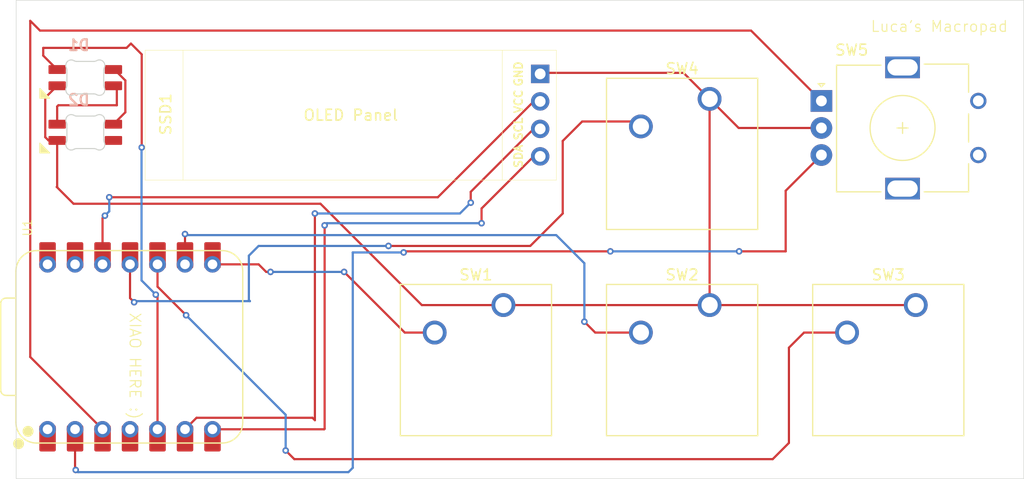
<source format=kicad_pcb>
(kicad_pcb (version 20241229) (generator "pcbnew") (generator_version "9.0")
  (layers (0 "F.Cu" signal) (2 "B.Cu" signal) (13 "F.Paste" user) (15 "B.Paste" user) (5 "F.SilkS" user "F.Silkscreen") (7 "B.SilkS" user "B.Silkscreen") (1 "F.Mask" user) (3 "B.Mask" user) (25 "Edge.Cuts" user))
  (net 0 "")
  (net 1 "+5V")
  (net 2 "Net-(D1-DOUT)")
  (net 3 "Net-(D1-DIN)")
  (net 4 "GND")
  (net 6 "Net-(U1-GPIO1{slash}RX)")
  (net 7 "Net-(U1-GPIO2{slash}SCK)")
  (net 8 "Net-(U1-GPIO4{slash}MISO)")
  (net 9 "Net-(U1-GPIO3{slash}MOSI)")
  (net 12 "Net-(U1-GPIO28{slash}ADC2{slash}A2)")
  (net 13 "Net-(U1-GPIO27{slash}ADC1{slash}A1)")
  (net 15 "Net-(U1-GPIO26{slash}ADC0{slash}A0)")
  (net 16 "Net-(SSD1-SDA)")
  (net 17 "Net-(SSD1-SCL)")
  (net 18 "Net-(SSD1-VCC)")
  (footprint "Button_Switch_Keyboard:SW_Cherry_MX_1.00u_PCB" (layer "F.Cu") (at 195.42125 116.36375)
    (property "Reference" "SW3" (at -2.54 -2.794 0) (layer "F.SilkS"))
    (property "Value" "SW_Push")
    (fp_line (start -9.525 -1.905) (end 4.445 -1.905) (stroke (width 0.12)) (layer "F.SilkS"))
    (fp_line (start -9.525 12.065) (end -9.525 -1.905) (stroke (width 0.12)) (layer "F.SilkS"))
    (fp_line (start 4.445 -1.905) (end 4.445 12.065) (stroke (width 0.12)) (layer "F.SilkS"))
    (fp_line (start 4.445 12.065) (end -9.525 12.065) (stroke (width 0.12)) (layer "F.SilkS"))
    (pad "" np_thru_hole circle (at -7.62 5.08) (size 1.7 1.7) (drill 1.7) (layers "*.Cu" "*.Mask"))
    (pad "" np_thru_hole circle (at -2.54 5.08) (size 4 4) (drill 4) (layers "*.Cu" "*.Mask"))
    (pad "" np_thru_hole circle (at 2.54 5.08) (size 1.7 1.7) (drill 1.7) (layers "*.Cu" "*.Mask"))
    (pad "1" thru_hole circle (at 0 0) (size 2.2 2.2) (drill 1.5) (layers "*.Cu" "*.Mask") (net 4 "GND"))
    (pad "2" thru_hole circle (at -6.35 2.54) (size 2.2 2.2) (drill 1.5) (layers "*.Cu" "*.Mask") (net 8 "Net-(U1-GPIO4{slash}MISO)"))
  )
  (footprint "Button_Switch_Keyboard:SW_Cherry_MX_1.00u_PCB" (layer "F.Cu") (at 176.37125 97.31375)
    (property "Reference" "SW4" (at -2.54 -2.794 0) (layer "F.SilkS"))
    (property "Value" "SW_Push")
    (fp_line (start -9.525 -1.905) (end 4.445 -1.905) (stroke (width 0.12)) (layer "F.SilkS"))
    (fp_line (start -9.525 12.065) (end -9.525 -1.905) (stroke (width 0.12)) (layer "F.SilkS"))
    (fp_line (start 4.445 -1.905) (end 4.445 12.065) (stroke (width 0.12)) (layer "F.SilkS"))
    (fp_line (start 4.445 12.065) (end -9.525 12.065) (stroke (width 0.12)) (layer "F.SilkS"))
    (pad "" np_thru_hole circle (at -7.62 5.08) (size 1.7 1.7) (drill 1.7) (layers "*.Cu" "*.Mask"))
    (pad "" np_thru_hole circle (at -2.54 5.08) (size 4 4) (drill 4) (layers "*.Cu" "*.Mask"))
    (pad "" np_thru_hole circle (at 2.54 5.08) (size 1.7 1.7) (drill 1.7) (layers "*.Cu" "*.Mask"))
    (pad "1" thru_hole circle (at 0 0) (size 2.2 2.2) (drill 1.5) (layers "*.Cu" "*.Mask") (net 4 "GND"))
    (pad "2" thru_hole circle (at -6.35 2.54) (size 2.2 2.2) (drill 1.5) (layers "*.Cu" "*.Mask") (net 9 "Net-(U1-GPIO3{slash}MOSI)"))
  )
  (footprint "Button_Switch_Keyboard:SW_Cherry_MX_1.00u_PCB" (layer "F.Cu") (at 157.32125 116.36375)
    (property "Reference" "SW1" (at -2.54 -2.794 0) (layer "F.SilkS"))
    (property "Value" "SW_Push")
    (fp_line (start -9.525 -1.905) (end 4.445 -1.905) (stroke (width 0.12)) (layer "F.SilkS"))
    (fp_line (start -9.525 12.065) (end -9.525 -1.905) (stroke (width 0.12)) (layer "F.SilkS"))
    (fp_line (start 4.445 -1.905) (end 4.445 12.065) (stroke (width 0.12)) (layer "F.SilkS"))
    (fp_line (start 4.445 12.065) (end -9.525 12.065) (stroke (width 0.12)) (layer "F.SilkS"))
    (pad "" np_thru_hole circle (at -7.62 5.08) (size 1.7 1.7) (drill 1.7) (layers "*.Cu" "*.Mask"))
    (pad "" np_thru_hole circle (at -2.54 5.08) (size 4 4) (drill 4) (layers "*.Cu" "*.Mask"))
    (pad "" np_thru_hole circle (at 2.54 5.08) (size 1.7 1.7) (drill 1.7) (layers "*.Cu" "*.Mask"))
    (pad "1" thru_hole circle (at 0 0) (size 2.2 2.2) (drill 1.5) (layers "*.Cu" "*.Mask") (net 4 "GND"))
    (pad "2" thru_hole circle (at -6.35 2.54) (size 2.2 2.2) (drill 1.5) (layers "*.Cu" "*.Mask") (net 6 "Net-(U1-GPIO1{slash}RX)"))
  )
  (footprint "Button_Switch_Keyboard:SW_Cherry_MX_1.00u_PCB" (layer "F.Cu") (at 176.37125 116.36375)
    (property "Reference" "SW2" (at -2.54 -2.794 0) (layer "F.SilkS"))
    (property "Value" "SW_Push")
    (fp_line (start -9.525 -1.905) (end 4.445 -1.905) (stroke (width 0.12)) (layer "F.SilkS"))
    (fp_line (start -9.525 12.065) (end -9.525 -1.905) (stroke (width 0.12)) (layer "F.SilkS"))
    (fp_line (start 4.445 -1.905) (end 4.445 12.065) (stroke (width 0.12)) (layer "F.SilkS"))
    (fp_line (start 4.445 12.065) (end -9.525 12.065) (stroke (width 0.12)) (layer "F.SilkS"))
    (pad "" np_thru_hole circle (at -7.62 5.08) (size 1.7 1.7) (drill 1.7) (layers "*.Cu" "*.Mask"))
    (pad "" np_thru_hole circle (at -2.54 5.08) (size 4 4) (drill 4) (layers "*.Cu" "*.Mask"))
    (pad "" np_thru_hole circle (at 2.54 5.08) (size 1.7 1.7) (drill 1.7) (layers "*.Cu" "*.Mask"))
    (pad "1" thru_hole circle (at 0 0) (size 2.2 2.2) (drill 1.5) (layers "*.Cu" "*.Mask") (net 4 "GND"))
    (pad "2" thru_hole circle (at -6.35 2.54) (size 2.2 2.2) (drill 1.5) (layers "*.Cu" "*.Mask") (net 7 "Net-(U1-GPIO2{slash}SCK)"))
  )
  (footprint "OLEDs:SSD1306-0.91-OLED-4pin-128x32" (layer "F.Cu") (at 124.215 92.815)
    (property "Reference" "SSD1" (at 1.9 5.91 90) (layer "F.SilkS"))
    (property "Value" "~")
    (fp_line (start 0 0) (end 0 12) (stroke (width 0.04)) (layer "F.SilkS"))
    (fp_line (start 0 12) (end 38 12) (stroke (width 0.04)) (layer "F.SilkS"))
    (fp_line (start 3.5 0) (end 3.5 12) (stroke (width 0.04)) (layer "F.SilkS"))
    (fp_line (start 33 0) (end 33 12) (stroke (width 0.04)) (layer "F.SilkS"))
    (fp_line (start 38 0) (end 0 0) (stroke (width 0.04)) (layer "F.SilkS"))
    (fp_line (start 38 12) (end 38 0) (stroke (width 0.04)) (layer "F.SilkS"))
    (fp_text user "SDA" (at 34.5 9.81 270) (layer "F.SilkS") (effects (font (size 0.75 0.75))))
    (fp_text user "GND" (at 34.5 2.19 270) (layer "F.SilkS") (effects (font (size 0.75 0.75))))
    (fp_text user "SCL" (at 34.5 7.27 270) (layer "F.SilkS") (effects (font (size 0.75 0.75))))
    (fp_text user "OLED Panel" (at 19 6 0) (layer "F.SilkS"))
    (fp_text user "VCC" (at 34.5 4.73 270) (layer "F.SilkS") (effects (font (size 0.75 0.75))))
    (pad "1" thru_hole rect (at 36.5 2.19) (size 1.7 1.7) (drill 1) (layers "*.Cu" "*.Mask") (net 4 "GND"))
    (pad "2" thru_hole oval (at 36.5 4.73) (size 1.7 1.7) (drill 1) (layers "*.Cu" "*.Mask") (net 18 "Net-(SSD1-VCC)"))
    (pad "3" thru_hole oval (at 36.5 7.27) (size 1.7 1.7) (drill 1) (layers "*.Cu" "*.Mask") (net 17 "Net-(SSD1-SCL)"))
    (pad "4" thru_hole oval (at 36.5 9.81) (size 1.7 1.7) (drill 1) (layers "*.Cu" "*.Mask") (net 16 "Net-(SSD1-SDA)"))
  )
  (footprint "OPL:XIAO-RP2040-DIP" (layer "F.Cu") (at 122.82 120.22 90)
    (property "Reference" "U1" (at 11 -9.4685 90) (layer "F.SilkS") (effects (font (size 0.8 0.8) (thickness 0.1016))))
    (property "Value" "XIAO-RP2040-DIP")
    (fp_line (start -3.991272 -11.951) (end 4.004 -11.951) (stroke (width 0.127)) (layer "F.SilkS"))
    (fp_line (start 4.504 -11.451) (end 4.504 -10.541) (stroke (width 0.127)) (layer "F.SilkS"))
    (fp_line (start 6.985 -10.541) (end -6.985 -10.541) (stroke (width 0.1)) (layer "F.SilkS"))
    (fp_line (start 6.985 -10.541) (end -6.985 -10.541) (stroke (width 0.127)) (layer "F.SilkS"))
    (fp_line (start -4.495 -10.541) (end -4.491272 -11.451272) (stroke (width 0.127)) (layer "F.SilkS"))
    (fp_line (start 8.89 8.509) (end 8.89 -8.636) (stroke (width 0.127)) (layer "F.SilkS"))
    (fp_line (start -8.89 8.509) (end -8.89 -8.636) (stroke (width 0.127)) (layer "F.SilkS"))
    (fp_line (start -6.985 10.414) (end 6.985 10.414) (stroke (width 0.127)) (layer "F.SilkS"))
    (fp_arc (start 4.004 -11.951) (mid 4.357553 -11.804553) (end 4.504 -11.451) (stroke (width 0.127)) (layer "F.SilkS"))
    (fp_arc (start -4.491272 -11.451272) (mid -4.344728 -11.80464) (end -3.991272 -11.951) (stroke (width 0.127)) (layer "F.SilkS"))
    (fp_arc (start 6.985 -10.541) (mid 8.332038 -9.983038) (end 8.89 -8.636) (stroke (width 0.127)) (layer "F.SilkS"))
    (fp_arc (start -8.89 -8.636) (mid -8.332038 -9.983038) (end -6.985 -10.541) (stroke (width 0.127)) (layer "F.SilkS"))
    (fp_arc (start 8.89 8.509) (mid 8.332038 9.856038) (end 6.985 10.414) (stroke (width 0.127)) (layer "F.SilkS"))
    (fp_arc (start -6.985 10.414) (mid -8.332038 9.856038) (end -8.89 8.509) (stroke (width 0.127)) (layer "F.SilkS"))
    (fp_circle (center -8.95 -10.3) (end -8.95 -10.554) (stroke (width 0.5)) (fill yes) (layer "F.SilkS"))
    (fp_circle (center -7.807 -9.42) (end -7.807 -9.674) (stroke (width 0.5)) (fill yes) (layer "F.SilkS"))
    (pad "1" smd roundrect (at -8.455 -7.62 270) (size 2.432 1.524) (layers "F.Cu" "F.Mask") (roundrect_rratio 0.1) (net 15 "Net-(U1-GPIO26{slash}ADC0{slash}A0)"))
    (pad "1" thru_hole circle (at -7.62 -7.62 270) (size 1.524 1.524) (drill 0.889) (layers "*.Cu" "*.Mask") (net 15 "Net-(U1-GPIO26{slash}ADC0{slash}A0)"))
    (pad "2" smd roundrect (at -8.455 -5.08 270) (size 2.432 1.524) (layers "F.Cu" "F.Mask") (roundrect_rratio 0.1) (net 13 "Net-(U1-GPIO27{slash}ADC1{slash}A1)"))
    (pad "2" thru_hole circle (at -7.62 -5.08 270) (size 1.524 1.524) (drill 0.889) (layers "*.Cu" "*.Mask") (net 13 "Net-(U1-GPIO27{slash}ADC1{slash}A1)"))
    (pad "3" smd roundrect (at -8.455 -2.54 270) (size 2.432 1.524) (layers "F.Cu" "F.Mask") (roundrect_rratio 0.1) (net 12 "Net-(U1-GPIO28{slash}ADC2{slash}A2)"))
    (pad "3" thru_hole circle (at -7.62 -2.54 270) (size 1.524 1.524) (drill 0.889) (layers "*.Cu" "*.Mask") (net 12 "Net-(U1-GPIO28{slash}ADC2{slash}A2)"))
    (pad "4" smd roundrect (at -8.455 0 270) (size 2.432 1.524) (layers "F.Cu" "F.Mask") (roundrect_rratio 0.1))
    (pad "4" thru_hole circle (at -7.62 0 270) (size 1.524 1.524) (drill 0.889) (layers "*.Cu" "*.Mask"))
    (pad "5" smd roundrect (at -8.455 2.54 270) (size 2.432 1.524) (layers "F.Cu" "F.Mask") (roundrect_rratio 0.1) (net 3 "Net-(D1-DIN)"))
    (pad "5" thru_hole circle (at -7.62 2.54 270) (size 1.524 1.524) (drill 0.889) (layers "*.Cu" "*.Mask") (net 3 "Net-(D1-DIN)"))
    (pad "6" smd roundrect (at -8.455 5.08 270) (size 2.432 1.524) (layers "F.Cu" "F.Mask") (roundrect_rratio 0.1) (net 17 "Net-(SSD1-SCL)"))
    (pad "6" thru_hole circle (at -7.62 5.08 270) (size 1.524 1.524) (drill 0.889) (layers "*.Cu" "*.Mask") (net 17 "Net-(SSD1-SCL)"))
    (pad "7" smd roundrect (at -8.455 7.62 270) (size 2.432 1.524) (layers "F.Cu" "F.Mask") (roundrect_rratio 0.1) (net 16 "Net-(SSD1-SDA)"))
    (pad "7" thru_hole circle (at -7.62 7.62 270) (size 1.524 1.524) (drill 0.889) (layers "*.Cu" "*.Mask") (net 16 "Net-(SSD1-SDA)"))
    (pad "8" thru_hole circle (at 7.62 7.62 90) (size 1.524 1.524) (drill 0.889) (layers "*.Cu" "*.Mask") (net 6 "Net-(U1-GPIO1{slash}RX)"))
    (pad "8" smd roundrect (at 8.455 7.62 90) (size 2.432 1.524) (layers "F.Cu" "F.Mask") (roundrect_rratio 0.1) (net 6 "Net-(U1-GPIO1{slash}RX)"))
    (pad "9" thru_hole circle (at 7.62 5.08 90) (size 1.524 1.524) (drill 0.889) (layers "*.Cu" "*.Mask") (net 7 "Net-(U1-GPIO2{slash}SCK)"))
    (pad "9" smd roundrect (at 8.455 5.08 90) (size 2.432 1.524) (layers "F.Cu" "F.Mask") (roundrect_rratio 0.1) (net 7 "Net-(U1-GPIO2{slash}SCK)"))
    (pad "10" thru_hole circle (at 7.62 2.54 90) (size 1.524 1.524) (drill 0.889) (layers "*.Cu" "*.Mask") (net 8 "Net-(U1-GPIO4{slash}MISO)"))
    (pad "10" smd roundrect (at 8.455 2.54 90) (size 2.432 1.524) (layers "F.Cu" "F.Mask") (roundrect_rratio 0.1) (net 8 "Net-(U1-GPIO4{slash}MISO)"))
    (pad "11" thru_hole circle (at 7.62 0 90) (size 1.524 1.524) (drill 0.889) (layers "*.Cu" "*.Mask") (net 9 "Net-(U1-GPIO3{slash}MOSI)"))
    (pad "11" smd roundrect (at 8.455 0 90) (size 2.432 1.524) (layers "F.Cu" "F.Mask") (roundrect_rratio 0.1) (net 9 "Net-(U1-GPIO3{slash}MOSI)"))
    (pad "12" thru_hole circle (at 7.62 -2.54 90) (size 1.524 1.524) (drill 0.889) (layers "*.Cu" "*.Mask") (net 18 "Net-(SSD1-VCC)"))
    (pad "12" smd roundrect (at 8.455 -2.54 90) (size 2.432 1.524) (layers "F.Cu" "F.Mask") (roundrect_rratio 0.1) (net 18 "Net-(SSD1-VCC)"))
    (pad "13" thru_hole circle (at 7.62 -5.08 90) (size 1.524 1.524) (drill 0.889) (layers "*.Cu" "*.Mask"))
    (pad "13" smd roundrect (at 8.455 -5.08 90) (size 2.432 1.524) (layers "F.Cu" "F.Mask") (roundrect_rratio 0.1))
    (pad "14" thru_hole circle (at 7.62 -7.62 90) (size 1.524 1.524) (drill 0.889) (layers "*.Cu" "*.Mask"))
    (pad "14" smd roundrect (at 8.455 -7.62 90) (size 2.432 1.524) (layers "F.Cu" "F.Mask") (roundrect_rratio 0.1))
  )
  (footprint "RotaryEncoders:RotaryEncoder_Alps_EC11E_Vertical_H20mm" (layer "F.Cu") (at 186.7 97.5)
    (property "Reference" "SW5" (at 2.8 -4.7 0) (layer "F.SilkS"))
    (property "Value" "RotaryEncoder_Switch")
    (fp_line (start -0.3 -1.6) (end 0.3 -1.6) (stroke (width 0.12)) (layer "F.SilkS"))
    (fp_line (start 0 -1.3) (end -0.3 -1.6) (stroke (width 0.12)) (layer "F.SilkS"))
    (fp_line (start 0.3 -1.6) (end 0 -1.3) (stroke (width 0.12)) (layer "F.SilkS"))
    (fp_line (start 1.4 -3.3) (end 1.4 8.4) (stroke (width 0.12)) (layer "F.SilkS"))
    (fp_line (start 5.5 -3.3) (end 1.4 -3.3) (stroke (width 0.12)) (layer "F.SilkS"))
    (fp_line (start 5.5 8.4) (end 1.4 8.4) (stroke (width 0.12)) (layer "F.SilkS"))
    (fp_line (start 7 2.5) (end 8 2.5) (stroke (width 0.12)) (layer "F.SilkS"))
    (fp_line (start 7.5 2) (end 7.5 3) (stroke (width 0.12)) (layer "F.SilkS"))
    (fp_line (start 9.5 -3.4) (end 13.6 -3.4) (stroke (width 0.12)) (layer "F.SilkS"))
    (fp_line (start 13.6 -3.4) (end 13.6 -0.8) (stroke (width 0.12)) (layer "F.SilkS"))
    (fp_line (start 13.6 1.2) (end 13.6 3.8) (stroke (width 0.12)) (layer "F.SilkS"))
    (fp_line (start 13.6 5.8) (end 13.6 8.4) (stroke (width 0.12)) (layer "F.SilkS"))
    (fp_line (start 13.6 8.4) (end 9.5 8.4) (stroke (width 0.12)) (layer "F.SilkS"))
    (fp_circle (center 7.5 2.5) (end 10.5 2.5) (stroke (width 0.12)) (fill no) (layer "F.SilkS"))
    (pad "" thru_hole circle (at 14.5 0) (size 1.5 1.5) (drill 1) (layers "*.Cu" "*.Mask"))
    (pad "" thru_hole circle (at 14.5 5) (size 1.5 1.5) (drill 1) (layers "*.Cu" "*.Mask"))
    (pad "A" thru_hole rect (at 0 0) (size 2 2) (drill 1) (layers "*.Cu" "*.Mask") (net 12 "Net-(U1-GPIO28{slash}ADC2{slash}A2)"))
    (pad "B" thru_hole circle (at 0 5) (size 2 2) (drill 1) (layers "*.Cu" "*.Mask") (net 13 "Net-(U1-GPIO27{slash}ADC1{slash}A1)"))
    (pad "C" thru_hole circle (at 0 2.5) (size 2 2) (drill 1) (layers "*.Cu" "*.Mask") (net 4 "GND"))
    (pad "MP" thru_hole rect (at 7.5 -3.1) (size 3.2 2) (drill oval 2.8 1.5) (layers "*.Cu" "*.Mask"))
    (pad "MP" thru_hole rect (at 7.5 8.1) (size 3.2 2) (drill oval 2.8 1.5) (layers "*.Cu" "*.Mask"))
  )
  (footprint "LEDSfixed:SK6812MINI-E_fixed" (layer "B.Cu") (at 118.687499 95.452842 180)
    (property "Reference" "D1" (at 0.6 3.1 0) (layer "B.SilkS") (effects (font (thickness 0.2) (bold yes)) (justify mirror)))
    (property "Value" "SK6812MINI-E")
    (fp_poly (pts (xy 4.200001 -0.897158) (xy 3.300001 -1.797158) (xy 4.200001 -1.797158)) (stroke (width 0.1)) (fill yes) (layer "F.SilkS"))
    (fp_line (start 1.7 0.805684) (end 1.7 -0.6) (stroke (width 0.1)) (layer "Edge.Cuts"))
    (fp_line (start 0.794453 -1.397158) (end -0.794451 -1.397158) (stroke (width 0.1)) (layer "Edge.Cuts"))
    (fp_line (start -0.794451 1.602841) (end 0.794454 1.602841) (stroke (width 0.1)) (layer "Edge.Cuts"))
    (fp_line (start -1.699998 -0.6) (end -1.699998 0.805684) (stroke (width 0.1)) (layer "Edge.Cuts"))
    (fp_arc (start 1.749485 1.022562) (mid 1.712532 0.91691) (end 1.7 0.805685) (stroke (width 0.1)) (layer "Edge.Cuts"))
    (fp_arc (start 1.749485 1.022562) (mid 1.638072 1.606877) (end 1.046712 1.67114) (stroke (width 0.1)) (layer "Edge.Cuts"))
    (fp_arc (start 1.7 -0.6) (mid 1.712528 -0.711226) (end 1.749485 -0.816878) (stroke (width 0.1)) (layer "Edge.Cuts"))
    (fp_arc (start 1.046712 -1.465457) (mid 1.638073 -1.401193) (end 1.749485 -0.816877) (stroke (width 0.1)) (layer "Edge.Cuts"))
    (fp_arc (start 1.046712 -1.465457) (mid 0.925124 -1.414535) (end 0.794453 -1.397158) (stroke (width 0.1)) (layer "Edge.Cuts"))
    (fp_arc (start 0.794454 1.602841) (mid 0.925124 1.620218) (end 1.046712 1.67114) (stroke (width 0.1)) (layer "Edge.Cuts"))
    (fp_arc (start -0.794451 -1.397158) (mid -0.925121 -1.414535) (end -1.046709 -1.465457) (stroke (width 0.1)) (layer "Edge.Cuts"))
    (fp_arc (start -1.04671 1.671141) (mid -0.925122 1.620219) (end -0.794452 1.602842) (stroke (width 0.1)) (layer "Edge.Cuts"))
    (fp_arc (start -1.04671 1.671141) (mid -1.63807 1.606877) (end -1.749483 1.022562) (stroke (width 0.1)) (layer "Edge.Cuts"))
    (fp_arc (start -1.699998 0.805684) (mid -1.712526 0.91691) (end -1.749483 1.022562) (stroke (width 0.1)) (layer "Edge.Cuts"))
    (fp_arc (start -1.749483 -0.816878) (mid -1.638069 -1.401192) (end -1.04671 -1.465455) (stroke (width 0.1)) (layer "Edge.Cuts"))
    (fp_arc (start -1.749483 -0.816878) (mid -1.712526 -0.711226) (end -1.699998 -0.600001) (stroke (width 0.1)) (layer "Edge.Cuts"))
    (pad "1" smd roundrect (at -2.599999 0.852842 270) (size 0.82 1.6) (layers "F.Cu" "F.Mask" "F.Paste") (roundrect_rratio 0.1) (net 1 "+5V"))
    (pad "2" smd roundrect (at -2.599999 -0.647158 270) (size 0.82 1.6) (layers "F.Cu" "F.Mask" "F.Paste") (roundrect_rratio 0.1) (net 2 "Net-(D1-DOUT)"))
    (pad "3" smd roundrect (at 2.600001 -0.647158 270) (size 0.82 1.6) (layers "F.Cu" "F.Mask" "F.Paste") (roundrect_rratio 0.1) (net 4 "GND"))
    (pad "4" smd roundrect (at 2.600001 0.852842 270) (size 0.82 1.6) (layers "F.Cu" "F.Mask" "F.Paste") (roundrect_rratio 0.1) (net 3 "Net-(D1-DIN)"))
  )
  (footprint "LEDSfixed:SK6812MINI-E_fixed" (layer "B.Cu") (at 118.687499 100.502842 180)
    (property "Reference" "D2" (at 0.6 3.1 0) (layer "B.SilkS") (effects (font (thickness 0.2) (bold yes)) (justify mirror)))
    (property "Value" "SK6812MINI-E")
    (fp_poly (pts (xy 4.200001 -0.897158) (xy 3.300001 -1.797158) (xy 4.200001 -1.797158)) (stroke (width 0.1)) (fill yes) (layer "F.SilkS"))
    (fp_line (start 1.7 0.805684) (end 1.7 -0.6) (stroke (width 0.1)) (layer "Edge.Cuts"))
    (fp_line (start 0.794453 -1.397158) (end -0.794451 -1.397158) (stroke (width 0.1)) (layer "Edge.Cuts"))
    (fp_line (start -0.794451 1.602841) (end 0.794454 1.602841) (stroke (width 0.1)) (layer "Edge.Cuts"))
    (fp_line (start -1.699998 -0.6) (end -1.699998 0.805684) (stroke (width 0.1)) (layer "Edge.Cuts"))
    (fp_arc (start 1.749485 1.022562) (mid 1.712532 0.91691) (end 1.7 0.805685) (stroke (width 0.1)) (layer "Edge.Cuts"))
    (fp_arc (start 1.749485 1.022562) (mid 1.638072 1.606877) (end 1.046712 1.67114) (stroke (width 0.1)) (layer "Edge.Cuts"))
    (fp_arc (start 1.7 -0.6) (mid 1.712528 -0.711226) (end 1.749485 -0.816878) (stroke (width 0.1)) (layer "Edge.Cuts"))
    (fp_arc (start 1.046712 -1.465457) (mid 1.638073 -1.401193) (end 1.749485 -0.816877) (stroke (width 0.1)) (layer "Edge.Cuts"))
    (fp_arc (start 1.046712 -1.465457) (mid 0.925124 -1.414535) (end 0.794453 -1.397158) (stroke (width 0.1)) (layer "Edge.Cuts"))
    (fp_arc (start 0.794454 1.602841) (mid 0.925124 1.620218) (end 1.046712 1.67114) (stroke (width 0.1)) (layer "Edge.Cuts"))
    (fp_arc (start -0.794451 -1.397158) (mid -0.925121 -1.414535) (end -1.046709 -1.465457) (stroke (width 0.1)) (layer "Edge.Cuts"))
    (fp_arc (start -1.04671 1.671141) (mid -0.925122 1.620219) (end -0.794452 1.602842) (stroke (width 0.1)) (layer "Edge.Cuts"))
    (fp_arc (start -1.04671 1.671141) (mid -1.63807 1.606877) (end -1.749483 1.022562) (stroke (width 0.1)) (layer "Edge.Cuts"))
    (fp_arc (start -1.699998 0.805684) (mid -1.712526 0.91691) (end -1.749483 1.022562) (stroke (width 0.1)) (layer "Edge.Cuts"))
    (fp_arc (start -1.749483 -0.816878) (mid -1.638069 -1.401192) (end -1.04671 -1.465455) (stroke (width 0.1)) (layer "Edge.Cuts"))
    (fp_arc (start -1.749483 -0.816878) (mid -1.712526 -0.711226) (end -1.699998 -0.600001) (stroke (width 0.1)) (layer "Edge.Cuts"))
    (pad "1" smd roundrect (at -2.599999 0.852842 270) (size 0.82 1.6) (layers "F.Cu" "F.Mask" "F.Paste") (roundrect_rratio 0.1) (net 1 "+5V"))
    (pad "2" smd roundrect (at -2.599999 -0.647158 270) (size 0.82 1.6) (layers "F.Cu" "F.Mask" "F.Paste") (roundrect_rratio 0.1))
    (pad "3" smd roundrect (at 2.600001 -0.647158 270) (size 0.82 1.6) (layers "F.Cu" "F.Mask" "F.Paste") (roundrect_rratio 0.1) (net 4 "GND"))
    (pad "4" smd roundrect (at 2.600001 0.852842 270) (size 0.82 1.6) (layers "F.Cu" "F.Mask" "F.Paste") (roundrect_rratio 0.1) (net 2 "Net-(D1-DOUT)"))
  )
  (gr_rect (start 112.3 88.2) (end 205.4 132.4) (stroke (width 0.05)) (fill no) (layer "Edge.Cuts"))
  (gr_text "XIAO HERE :)" (at 122.7 117 270) (layer "F.SilkS") (effects (font (size 1 1) (thickness 0.1)) (justify left bottom)))
  (gr_text "Luca's Macropad" (at 191.2 91.2 0) (layer "F.SilkS") (effects (font (size 1 1) (thickness 0.1)) (justify left bottom)))
  (segment (start 121.377412 94.6) (end 122.388498 95.611086) (width 0.2) (layer "F.Cu") (net 1))
  (segment (start 122.388498 95.611086) (end 122.388498 98.549) (width 0.2) (layer "F.Cu") (net 1))
  (segment (start 122.388498 98.549) (end 121.287498 99.65) (width 0.2) (layer "F.Cu") (net 1))
  (segment (start 121.287498 94.6) (end 121.377412 94.6) (width 0.2) (layer "F.Cu") (net 1))
  (segment (start 116.087498 98.012502) (end 116.087498 99.65) (width 0.2) (layer "F.Cu") (net 2))
  (segment (start 121.287498 96.1) (end 121.6 96.412502) (width 0.2) (layer "F.Cu") (net 2))
  (segment (start 121.6 97.9) (end 116.2 97.9) (width 0.2) (layer "F.Cu") (net 2))
  (segment (start 121.6 96.412502) (end 121.6 97.9) (width 0.2) (layer "F.Cu") (net 2))
  (segment (start 116.2 97.9) (end 116.087498 98.012502) (width 0.2) (layer "F.Cu") (net 2))
  (segment (start 123.9 93.2) (end 122.9 92.2) (width 0.2) (layer "F.Cu") (net 3))
  (segment (start 114.8 92.6) (end 122.5 92.6) (width 0.2) (layer "F.Cu") (net 3))
  (segment (start 125.36 115.56) (end 125.36 127.84) (width 0.2) (layer "F.Cu") (net 3))
  (segment (start 123.9 101.8) (end 123.9 93.2) (width 0.2) (layer "F.Cu") (net 3))
  (segment (start 114.8 93.312502) (end 114.8 92.6) (width 0.2) (layer "F.Cu") (net 3))
  (segment (start 122.5 92.6) (end 122.9 92.2) (width 0.2) (layer "F.Cu") (net 3))
  (segment (start 116.087498 94.6) (end 114.8 93.312502) (width 0.2) (layer "F.Cu") (net 3))
  (segment (start 125.2 115.4) (end 125.36 115.56) (width 0.2) (layer "F.Cu") (net 3))
  (via (at 123.9 101.8) (size 0.6) (drill 0.3) (layers "F.Cu" "B.Cu") (net 3))
  (via (at 125.2 115.4) (size 0.6) (drill 0.3) (layers "F.Cu" "B.Cu") (net 3))
  (segment (start 123.883 114.083) (end 125.2 115.4) (width 0.2) (layer "B.Cu") (net 3))
  (segment (start 123.883 101.817) (end 123.9 101.8) (width 0.2) (layer "B.Cu") (net 3))
  (segment (start 123.883 101.883) (end 123.883 114.083) (width 0.2) (layer "B.Cu") (net 3))
  (segment (start 123.883 101.883) (end 123.883 101.817) (width 0.2) (layer "B.Cu") (net 3))
  (segment (start 114.986498 97.201) (end 114.986498 100.849) (width 0.2) (layer "F.Cu") (net 4))
  (segment (start 176.37125 97.31375) (end 173.9625 94.905) (width 0.2) (layer "F.Cu") (net 4))
  (segment (start 179.0575 100) (end 186.7 100) (width 0.2) (layer "F.Cu") (net 4))
  (segment (start 140.417044 107) (end 149.780793 116.36375) (width 0.2) (layer "F.Cu") (net 4))
  (segment (start 157.32125 116.36375) (end 176.37125 116.36375) (width 0.2) (layer "F.Cu") (net 4))
  (segment (start 116.087498 105.412502) (end 116.087498 101.15) (width 0.2) (layer "F.Cu") (net 4))
  (segment (start 176.37125 116.36375) (end 176.37125 97.31375) (width 0.2) (layer "F.Cu") (net 4))
  (segment (start 173.9625 94.905) (end 160.215 94.905) (width 0.2) (layer "F.Cu") (net 4))
  (segment (start 114.986498 100.849) (end 115.287498 101.15) (width 0.2) (layer "F.Cu") (net 4))
  (segment (start 116.05 105.45) (end 116.087498 105.412502) (width 0.2) (layer "F.Cu") (net 4))
  (segment (start 116.087498 96.1) (end 114.986498 97.201) (width 0.2) (layer "F.Cu") (net 4))
  (segment (start 115.287498 101.15) (end 116.087498 101.15) (width 0.2) (layer "F.Cu") (net 4))
  (segment (start 157.32125 116.36375) (end 149.780793 116.36375) (width 0.2) (layer "F.Cu") (net 4))
  (segment (start 117.6 107) (end 140.417044 107) (width 0.2) (layer "F.Cu") (net 4))
  (segment (start 176.37125 116.36375) (end 195.42125 116.36375) (width 0.2) (layer "F.Cu") (net 4))
  (segment (start 176.37125 97.31375) (end 179.0575 100) (width 0.2) (layer "F.Cu") (net 4))
  (segment (start 116.05 105.45) (end 117.6 107) (width 0.2) (layer "F.Cu") (net 4))
  (segment (start 150.97125 118.90375) (end 148.20375 118.90375) (width 0.2) (layer "F.Cu") (net 6))
  (segment (start 135.8 113.3) (end 135.4 113.3) (width 0.2) (layer "F.Cu") (net 6))
  (segment (start 135.4 113.3) (end 134.7 112.6) (width 0.2) (layer "F.Cu") (net 6))
  (segment (start 134.7 112.6) (end 130.44 112.6) (width 0.2) (layer "F.Cu") (net 6))
  (segment (start 148.20375 118.90375) (end 142.6 113.3) (width 0.2) (layer "F.Cu") (net 6))
  (via (at 135.8 113.3) (size 0.6) (drill 0.3) (layers "F.Cu" "B.Cu") (net 6))
  (via (at 142.6 113.3) (size 0.6) (drill 0.3) (layers "F.Cu" "B.Cu") (net 6))
  (segment (start 142.6 113.3) (end 135.8 113.3) (width 0.2) (layer "B.Cu") (net 6))
  (segment (start 127.9 109.8) (end 127.9 112.6) (width 0.2) (layer "F.Cu") (net 7))
  (segment (start 165.80375 118.90375) (end 164.8 117.9) (width 0.2) (layer "F.Cu") (net 7))
  (segment (start 170.02125 118.90375) (end 165.80375 118.90375) (width 0.2) (layer "F.Cu") (net 7))
  (via (at 127.9 109.8) (size 0.6) (drill 0.3) (layers "F.Cu" "B.Cu") (net 7))
  (via (at 164.8 117.9) (size 0.6) (drill 0.3) (layers "F.Cu" "B.Cu") (net 7))
  (segment (start 162.2 109.9) (end 164.8 112.5) (width 0.2) (layer "B.Cu") (net 7))
  (segment (start 164.8 112.5) (end 164.8 117.9) (width 0.2) (layer "B.Cu") (net 7))
  (segment (start 128 109.9) (end 127.9 109.8) (width 0.2) (layer "B.Cu") (net 7))
  (segment (start 162.2 109.9) (end 128 109.9) (width 0.2) (layer "B.Cu") (net 7))
  (segment (start 125.36 114.66) (end 125.36 112.6) (width 0.2) (layer "F.Cu") (net 8))
  (segment (start 185.09625 118.90375) (end 183.7 120.3) (width 0.2) (layer "F.Cu") (net 8))
  (segment (start 182.2 130.6) (end 138 130.6) (width 0.2) (layer "F.Cu") (net 8))
  (segment (start 189.07125 118.90375) (end 185.09625 118.90375) (width 0.2) (layer "F.Cu") (net 8))
  (segment (start 183.7 129.1) (end 182.2 130.6) (width 0.2) (layer "F.Cu") (net 8))
  (segment (start 183.7 120.3) (end 183.7 129.1) (width 0.2) (layer "F.Cu") (net 8))
  (segment (start 128 117.3) (end 125.36 114.66) (width 0.2) (layer "F.Cu") (net 8))
  (segment (start 138 130.6) (end 137.2 129.8) (width 0.2) (layer "F.Cu") (net 8))
  (via (at 128 117.3) (size 0.6) (drill 0.3) (layers "F.Cu" "B.Cu") (net 8))
  (via (at 137.2 129.8) (size 0.6) (drill 0.3) (layers "F.Cu" "B.Cu") (net 8))
  (segment (start 137.2 126.5) (end 128 117.3) (width 0.2) (layer "B.Cu") (net 8))
  (segment (start 137.2 129.8) (end 137.2 126.5) (width 0.2) (layer "B.Cu") (net 8))
  (segment (start 162.8 107.9) (end 162.8 101.2) (width 0.2) (layer "F.Cu") (net 9))
  (segment (start 123.2 116.1) (end 122.82 115.72) (width 0.2) (layer "F.Cu") (net 9))
  (segment (start 162.8 101.2) (end 164.6 99.4) (width 0.2) (layer "F.Cu") (net 9))
  (segment (start 164.6 99.4) (end 169.5675 99.4) (width 0.2) (layer "F.Cu") (net 9))
  (segment (start 122.82 115.72) (end 122.82 112.6) (width 0.2) (layer "F.Cu") (net 9))
  (segment (start 159.8 110.9) (end 146.7 110.9) (width 0.2) (layer "F.Cu") (net 9))
  (segment (start 162.8 107.9) (end 159.8 110.9) (width 0.2) (layer "F.Cu") (net 9))
  (segment (start 169.5675 99.4) (end 170.02125 99.85375) (width 0.2) (layer "F.Cu") (net 9))
  (via (at 123.2 116.1) (size 0.6) (drill 0.3) (layers "F.Cu" "B.Cu") (net 9))
  (via (at 146.7 110.9) (size 0.6) (drill 0.3) (layers "F.Cu" "B.Cu") (net 9))
  (segment (start 133.9 116) (end 123.3 116) (width 0.2) (layer "B.Cu") (net 9))
  (segment (start 146.7 110.9) (end 134.7 110.9) (width 0.2) (layer "B.Cu") (net 9))
  (segment (start 134.7 110.9) (end 133.8 111.8) (width 0.2) (layer "B.Cu") (net 9))
  (segment (start 133.8 111.8) (end 133.8 115.9) (width 0.2) (layer "B.Cu") (net 9))
  (segment (start 133.8 115.9) (end 133.9 116) (width 0.2) (layer "B.Cu") (net 9))
  (segment (start 123.3 116) (end 123.2 116.1) (width 0.2) (layer "B.Cu") (net 9))
  (segment (start 114.5 91) (end 180.2 91) (width 0.2) (layer "F.Cu") (net 12))
  (segment (start 113.6 90.1) (end 114.5 91) (width 0.2) (layer "F.Cu") (net 12))
  (segment (start 120.28 127.84) (end 113.6 121.16) (width 0.2) (layer "F.Cu") (net 12))
  (segment (start 180.2 91) (end 186.7 97.5) (width 0.2) (layer "F.Cu") (net 12))
  (segment (start 113.6 121.16) (end 113.6 90.1) (width 0.2) (layer "F.Cu") (net 12))
  (segment (start 167.2 111.4) (end 148.2 111.4) (width 0.2) (layer "F.Cu") (net 13))
  (segment (start 148.2 111.4) (end 148.1 111.5) (width 0.2) (layer "F.Cu") (net 13))
  (segment (start 183.4 105.8) (end 186.7 102.5) (width 0.2) (layer "F.Cu") (net 13))
  (segment (start 183.4 111.4) (end 183.4 105.8) (width 0.2) (layer "F.Cu") (net 13))
  (segment (start 179.1 111.4) (end 183.4 111.4) (width 0.2) (layer "F.Cu") (net 13))
  (segment (start 117.74 131.54) (end 117.74 127.84) (width 0.2) (layer "F.Cu") (net 13))
  (segment (start 117.8 131.6) (end 117.74 131.54) (width 0.2) (layer "F.Cu") (net 13))
  (via (at 117.8 131.6) (size 0.6) (drill 0.3) (layers "F.Cu" "B.Cu") (net 13))
  (via (at 179.1 111.4) (size 0.6) (drill 0.3) (layers "F.Cu" "B.Cu") (net 13))
  (via (at 148.1 111.5) (size 0.6) (drill 0.3) (layers "F.Cu" "B.Cu") (net 13))
  (via (at 167.2 111.4) (size 0.6) (drill 0.3) (layers "F.Cu" "B.Cu") (net 13))
  (segment (start 143.4 111.5) (end 143.4 131.4) (width 0.2) (layer "B.Cu") (net 13))
  (segment (start 118 131.8) (end 143 131.8) (width 0.2) (layer "B.Cu") (net 13))
  (segment (start 143.4 131.4) (end 143 131.8) (width 0.2) (layer "B.Cu") (net 13))
  (segment (start 118 131.8) (end 117.8 131.6) (width 0.2) (layer "B.Cu") (net 13))
  (segment (start 148.1 111.5) (end 143.4 111.5) (width 0.2) (layer "B.Cu") (net 13))
  (segment (start 179.1 111.4) (end 167.2 111.4) (width 0.2) (layer "B.Cu") (net 13))
  (segment (start 140.8 127.8) (end 140.8 109) (width 0.2) (layer "F.Cu") (net 16))
  (segment (start 155.3 108.8) (end 155.3 107.44) (width 0.2) (layer "F.Cu") (net 16))
  (segment (start 130.44 127.84) (end 140.76 127.84) (width 0.2) (layer "F.Cu") (net 16))
  (segment (start 140.76 127.84) (end 140.8 127.8) (width 0.2) (layer "F.Cu") (net 16))
  (segment (start 155.3 107.44) (end 160.215 102.525) (width 0.2) (layer "F.Cu") (net 16))
  (via (at 140.8 109) (size 0.6) (drill 0.3) (layers "F.Cu" "B.Cu") (net 16))
  (via (at 155.3 108.8) (size 0.6) (drill 0.3) (layers "F.Cu" "B.Cu") (net 16))
  (segment (start 140.8 109) (end 141 108.8) (width 0.2) (layer "B.Cu") (net 16))
  (segment (start 141 108.8) (end 155.3 108.8) (width 0.2) (layer "B.Cu") (net 16))
  (segment (start 154.3 106.9) (end 154.3 105.9) (width 0.2) (layer "F.Cu") (net 17))
  (segment (start 139.9 127) (end 139.9 107.9) (width 0.2) (layer "F.Cu") (net 17))
  (segment (start 127.9 127.84) (end 128.963 126.777) (width 0.2) (layer "F.Cu") (net 17))
  (segment (start 154.3 105.9) (end 160.215 99.985) (width 0.2) (layer "F.Cu") (net 17))
  (segment (start 139.677 126.777) (end 139.9 127) (width 0.2) (layer "F.Cu") (net 17))
  (segment (start 128.963 126.777) (end 139.677 126.777) (width 0.2) (layer "F.Cu") (net 17))
  (via (at 154.3 106.9) (size 0.6) (drill 0.3) (layers "F.Cu" "B.Cu") (net 17))
  (via (at 139.9 107.9) (size 0.6) (drill 0.3) (layers "F.Cu" "B.Cu") (net 17))
  (segment (start 139.9 107.9) (end 153.3 107.9) (width 0.2) (layer "B.Cu") (net 17))
  (segment (start 153.3 107.9) (end 154.3 106.9) (width 0.2) (layer "B.Cu") (net 17))
  (segment (start 151.26 106.4) (end 120.9 106.4) (width 0.2) (layer "F.Cu") (net 18))
  (segment (start 160.215 97.445) (end 151.26 106.4) (width 0.2) (layer "F.Cu") (net 18))
  (segment (start 120.28 108.32) (end 120.28 112.6) (width 0.2) (layer "F.Cu") (net 18))
  (segment (start 120.5 108.1) (end 120.28 108.32) (width 0.2) (layer "F.Cu") (net 18))
  (via (at 120.9 106.4) (size 0.6) (drill 0.3) (layers "F.Cu" "B.Cu") (net 18))
  (via (at 120.5 108.1) (size 0.6) (drill 0.3) (layers "F.Cu" "B.Cu") (net 18))
  (segment (start 120.9 107.7) (end 120.5 108.1) (width 0.2) (layer "B.Cu") (net 18))
  (segment (start 120.9 106.4) (end 120.9 107.7) (width 0.2) (layer "B.Cu") (net 18))
)
</source>
